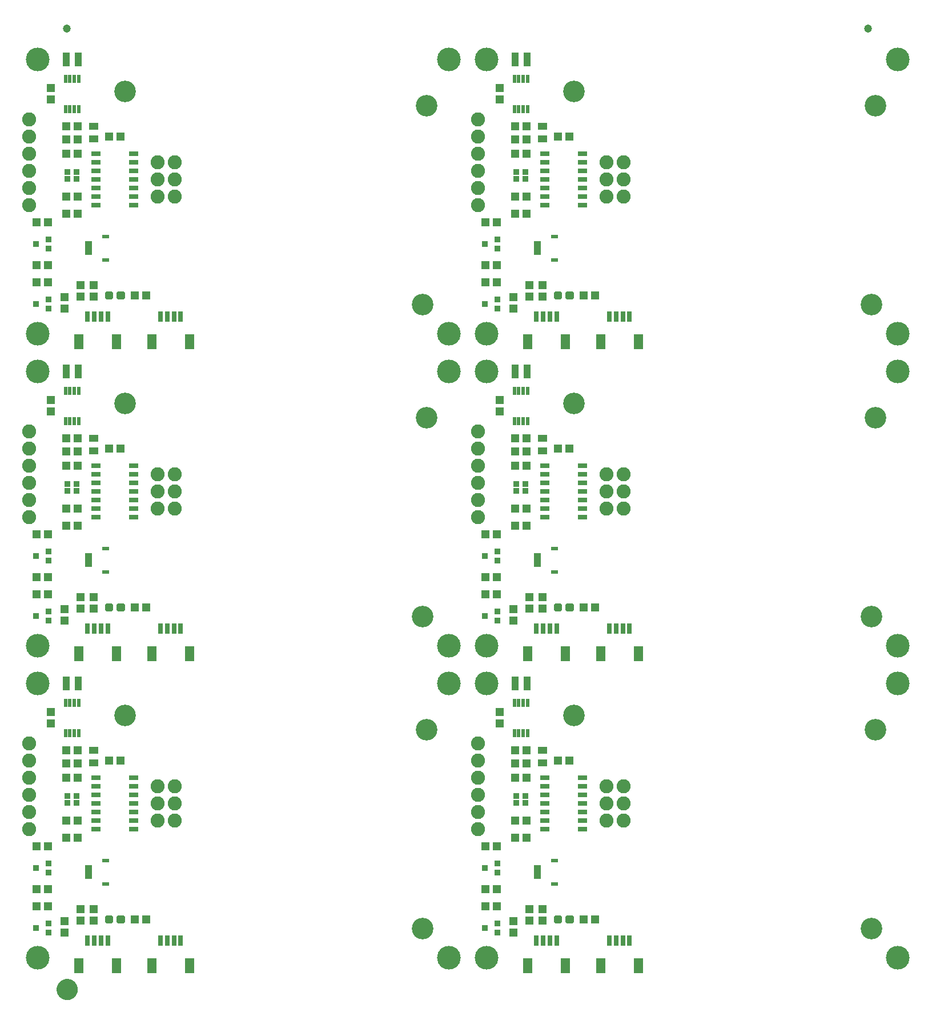
<source format=gts>
G04 EAGLE Gerber RS-274X export*
G75*
%MOMM*%
%FSLAX34Y34*%
%LPD*%
%INSoldermask Top*%
%IPPOS*%
%AMOC8*
5,1,8,0,0,1.08239X$1,22.5*%
G01*
%ADD10R,0.603200X1.303200*%
%ADD11R,1.303200X1.203200*%
%ADD12R,1.203200X1.303200*%
%ADD13R,1.403200X1.003200*%
%ADD14R,1.003200X2.003200*%
%ADD15R,1.403200X0.803200*%
%ADD16R,1.403200X2.203200*%
%ADD17R,0.803200X1.553200*%
%ADD18R,0.903200X0.903200*%
%ADD19R,0.953200X0.903200*%
%ADD20C,3.505200*%
%ADD21C,2.082800*%
%ADD22R,1.003200X0.503200*%
%ADD23R,1.003200X0.603200*%
%ADD24C,3.203200*%
%ADD25C,0.505344*%
%ADD26C,1.203200*%
%ADD27C,1.270000*%
%ADD28C,1.703200*%


D10*
X85950Y403500D03*
X79450Y403500D03*
X72950Y403500D03*
X66450Y403500D03*
X66450Y358500D03*
X72950Y358500D03*
X79450Y358500D03*
X85950Y358500D03*
D11*
X67700Y332740D03*
X84700Y332740D03*
X84700Y313690D03*
X67700Y313690D03*
D12*
X44450Y389500D03*
X44450Y372500D03*
D13*
X107950Y314850D03*
X107950Y332850D03*
D14*
X67200Y431800D03*
X85200Y431800D03*
D15*
X111700Y292100D03*
X111700Y279400D03*
X111700Y266700D03*
X111700Y254000D03*
X111700Y241300D03*
X111700Y228600D03*
X111700Y215900D03*
X167700Y215900D03*
X167700Y228600D03*
X167700Y241300D03*
X167700Y254000D03*
X167700Y266700D03*
X167700Y279400D03*
X167700Y292100D03*
D16*
X194250Y14050D03*
X250250Y14050D03*
D17*
X207250Y50800D03*
X217250Y50800D03*
X227250Y50800D03*
X237250Y50800D03*
D16*
X86300Y14050D03*
X142300Y14050D03*
D17*
X99300Y50800D03*
X109300Y50800D03*
X119300Y50800D03*
X129300Y50800D03*
D18*
X41000Y152250D03*
X41000Y165250D03*
X22500Y158750D03*
D11*
X23250Y190500D03*
X40250Y190500D03*
X23250Y127000D03*
X40250Y127000D03*
D18*
X41000Y63350D03*
X41000Y76350D03*
X22500Y69850D03*
D12*
X64770Y79620D03*
X64770Y62620D03*
D11*
X23250Y101600D03*
X40250Y101600D03*
D19*
X69450Y265350D03*
X82950Y265350D03*
X82950Y255350D03*
X69450Y255350D03*
D11*
X131200Y317500D03*
X148200Y317500D03*
D12*
X107950Y97400D03*
X107950Y80400D03*
X88900Y97400D03*
X88900Y80400D03*
D11*
X84700Y203200D03*
X67700Y203200D03*
D20*
X635000Y25400D03*
X25400Y431800D03*
X635000Y431800D03*
X25400Y25400D03*
D11*
X67700Y292100D03*
X84700Y292100D03*
X84700Y228600D03*
X67700Y228600D03*
D21*
X228600Y279400D03*
X203200Y279400D03*
X228600Y254000D03*
X203200Y254000D03*
X228600Y228600D03*
X203200Y228600D03*
X12700Y266700D03*
X12700Y292100D03*
X12700Y317500D03*
X12700Y342900D03*
X12700Y215900D03*
X12700Y241300D03*
D22*
X100800Y144860D03*
X100800Y149860D03*
D23*
X125800Y134860D03*
D22*
X100800Y159940D03*
X100800Y154940D03*
D23*
X125800Y169940D03*
D24*
X154940Y384810D03*
X601980Y363220D03*
X595630Y68580D03*
D25*
X144980Y79060D02*
X144980Y86040D01*
X151960Y86040D01*
X151960Y79060D01*
X144980Y79060D01*
X144980Y83860D02*
X151960Y83860D01*
X127440Y86040D02*
X127440Y79060D01*
X127440Y86040D02*
X134420Y86040D01*
X134420Y79060D01*
X127440Y79060D01*
X127440Y83860D02*
X134420Y83860D01*
D11*
X186300Y82550D03*
X169300Y82550D03*
D10*
X751430Y403500D03*
X744930Y403500D03*
X738430Y403500D03*
X731930Y403500D03*
X731930Y358500D03*
X738430Y358500D03*
X744930Y358500D03*
X751430Y358500D03*
D11*
X733180Y332740D03*
X750180Y332740D03*
X750180Y313690D03*
X733180Y313690D03*
D12*
X709930Y389500D03*
X709930Y372500D03*
D13*
X773430Y314850D03*
X773430Y332850D03*
D14*
X732680Y431800D03*
X750680Y431800D03*
D15*
X777180Y292100D03*
X777180Y279400D03*
X777180Y266700D03*
X777180Y254000D03*
X777180Y241300D03*
X777180Y228600D03*
X777180Y215900D03*
X833180Y215900D03*
X833180Y228600D03*
X833180Y241300D03*
X833180Y254000D03*
X833180Y266700D03*
X833180Y279400D03*
X833180Y292100D03*
D16*
X859730Y14050D03*
X915730Y14050D03*
D17*
X872730Y50800D03*
X882730Y50800D03*
X892730Y50800D03*
X902730Y50800D03*
D16*
X751780Y14050D03*
X807780Y14050D03*
D17*
X764780Y50800D03*
X774780Y50800D03*
X784780Y50800D03*
X794780Y50800D03*
D18*
X706480Y152250D03*
X706480Y165250D03*
X687980Y158750D03*
D11*
X688730Y190500D03*
X705730Y190500D03*
X688730Y127000D03*
X705730Y127000D03*
D18*
X706480Y63350D03*
X706480Y76350D03*
X687980Y69850D03*
D12*
X730250Y79620D03*
X730250Y62620D03*
D11*
X688730Y101600D03*
X705730Y101600D03*
D19*
X734930Y265350D03*
X748430Y265350D03*
X748430Y255350D03*
X734930Y255350D03*
D11*
X796680Y317500D03*
X813680Y317500D03*
D12*
X773430Y97400D03*
X773430Y80400D03*
X754380Y97400D03*
X754380Y80400D03*
D11*
X750180Y203200D03*
X733180Y203200D03*
D20*
X1300480Y25400D03*
X690880Y431800D03*
X1300480Y431800D03*
X690880Y25400D03*
D11*
X733180Y292100D03*
X750180Y292100D03*
X750180Y228600D03*
X733180Y228600D03*
D21*
X894080Y279400D03*
X868680Y279400D03*
X894080Y254000D03*
X868680Y254000D03*
X894080Y228600D03*
X868680Y228600D03*
X678180Y266700D03*
X678180Y292100D03*
X678180Y317500D03*
X678180Y342900D03*
X678180Y215900D03*
X678180Y241300D03*
D22*
X766280Y144860D03*
X766280Y149860D03*
D23*
X791280Y134860D03*
D22*
X766280Y159940D03*
X766280Y154940D03*
D23*
X791280Y169940D03*
D24*
X820420Y384810D03*
X1267460Y363220D03*
X1261110Y68580D03*
D25*
X810460Y79060D02*
X810460Y86040D01*
X817440Y86040D01*
X817440Y79060D01*
X810460Y79060D01*
X810460Y83860D02*
X817440Y83860D01*
X792920Y86040D02*
X792920Y79060D01*
X792920Y86040D02*
X799900Y86040D01*
X799900Y79060D01*
X792920Y79060D01*
X792920Y83860D02*
X799900Y83860D01*
D11*
X851780Y82550D03*
X834780Y82550D03*
D10*
X85950Y865780D03*
X79450Y865780D03*
X72950Y865780D03*
X66450Y865780D03*
X66450Y820780D03*
X72950Y820780D03*
X79450Y820780D03*
X85950Y820780D03*
D11*
X67700Y795020D03*
X84700Y795020D03*
X84700Y775970D03*
X67700Y775970D03*
D12*
X44450Y851780D03*
X44450Y834780D03*
D13*
X107950Y777130D03*
X107950Y795130D03*
D14*
X67200Y894080D03*
X85200Y894080D03*
D15*
X111700Y754380D03*
X111700Y741680D03*
X111700Y728980D03*
X111700Y716280D03*
X111700Y703580D03*
X111700Y690880D03*
X111700Y678180D03*
X167700Y678180D03*
X167700Y690880D03*
X167700Y703580D03*
X167700Y716280D03*
X167700Y728980D03*
X167700Y741680D03*
X167700Y754380D03*
D16*
X194250Y476330D03*
X250250Y476330D03*
D17*
X207250Y513080D03*
X217250Y513080D03*
X227250Y513080D03*
X237250Y513080D03*
D16*
X86300Y476330D03*
X142300Y476330D03*
D17*
X99300Y513080D03*
X109300Y513080D03*
X119300Y513080D03*
X129300Y513080D03*
D18*
X41000Y614530D03*
X41000Y627530D03*
X22500Y621030D03*
D11*
X23250Y652780D03*
X40250Y652780D03*
X23250Y589280D03*
X40250Y589280D03*
D18*
X41000Y525630D03*
X41000Y538630D03*
X22500Y532130D03*
D12*
X64770Y541900D03*
X64770Y524900D03*
D11*
X23250Y563880D03*
X40250Y563880D03*
D19*
X69450Y727630D03*
X82950Y727630D03*
X82950Y717630D03*
X69450Y717630D03*
D11*
X131200Y779780D03*
X148200Y779780D03*
D12*
X107950Y559680D03*
X107950Y542680D03*
X88900Y559680D03*
X88900Y542680D03*
D11*
X84700Y665480D03*
X67700Y665480D03*
D20*
X635000Y487680D03*
X25400Y894080D03*
X635000Y894080D03*
X25400Y487680D03*
D11*
X67700Y754380D03*
X84700Y754380D03*
X84700Y690880D03*
X67700Y690880D03*
D21*
X228600Y741680D03*
X203200Y741680D03*
X228600Y716280D03*
X203200Y716280D03*
X228600Y690880D03*
X203200Y690880D03*
X12700Y728980D03*
X12700Y754380D03*
X12700Y779780D03*
X12700Y805180D03*
X12700Y678180D03*
X12700Y703580D03*
D22*
X100800Y607140D03*
X100800Y612140D03*
D23*
X125800Y597140D03*
D22*
X100800Y622220D03*
X100800Y617220D03*
D23*
X125800Y632220D03*
D24*
X154940Y847090D03*
X601980Y825500D03*
X595630Y530860D03*
D25*
X144980Y541340D02*
X144980Y548320D01*
X151960Y548320D01*
X151960Y541340D01*
X144980Y541340D01*
X144980Y546140D02*
X151960Y546140D01*
X127440Y548320D02*
X127440Y541340D01*
X127440Y548320D02*
X134420Y548320D01*
X134420Y541340D01*
X127440Y541340D01*
X127440Y546140D02*
X134420Y546140D01*
D11*
X186300Y544830D03*
X169300Y544830D03*
D10*
X751430Y865780D03*
X744930Y865780D03*
X738430Y865780D03*
X731930Y865780D03*
X731930Y820780D03*
X738430Y820780D03*
X744930Y820780D03*
X751430Y820780D03*
D11*
X733180Y795020D03*
X750180Y795020D03*
X750180Y775970D03*
X733180Y775970D03*
D12*
X709930Y851780D03*
X709930Y834780D03*
D13*
X773430Y777130D03*
X773430Y795130D03*
D14*
X732680Y894080D03*
X750680Y894080D03*
D15*
X777180Y754380D03*
X777180Y741680D03*
X777180Y728980D03*
X777180Y716280D03*
X777180Y703580D03*
X777180Y690880D03*
X777180Y678180D03*
X833180Y678180D03*
X833180Y690880D03*
X833180Y703580D03*
X833180Y716280D03*
X833180Y728980D03*
X833180Y741680D03*
X833180Y754380D03*
D16*
X859730Y476330D03*
X915730Y476330D03*
D17*
X872730Y513080D03*
X882730Y513080D03*
X892730Y513080D03*
X902730Y513080D03*
D16*
X751780Y476330D03*
X807780Y476330D03*
D17*
X764780Y513080D03*
X774780Y513080D03*
X784780Y513080D03*
X794780Y513080D03*
D18*
X706480Y614530D03*
X706480Y627530D03*
X687980Y621030D03*
D11*
X688730Y652780D03*
X705730Y652780D03*
X688730Y589280D03*
X705730Y589280D03*
D18*
X706480Y525630D03*
X706480Y538630D03*
X687980Y532130D03*
D12*
X730250Y541900D03*
X730250Y524900D03*
D11*
X688730Y563880D03*
X705730Y563880D03*
D19*
X734930Y727630D03*
X748430Y727630D03*
X748430Y717630D03*
X734930Y717630D03*
D11*
X796680Y779780D03*
X813680Y779780D03*
D12*
X773430Y559680D03*
X773430Y542680D03*
X754380Y559680D03*
X754380Y542680D03*
D11*
X750180Y665480D03*
X733180Y665480D03*
D20*
X1300480Y487680D03*
X690880Y894080D03*
X1300480Y894080D03*
X690880Y487680D03*
D11*
X733180Y754380D03*
X750180Y754380D03*
X750180Y690880D03*
X733180Y690880D03*
D21*
X894080Y741680D03*
X868680Y741680D03*
X894080Y716280D03*
X868680Y716280D03*
X894080Y690880D03*
X868680Y690880D03*
X678180Y728980D03*
X678180Y754380D03*
X678180Y779780D03*
X678180Y805180D03*
X678180Y678180D03*
X678180Y703580D03*
D22*
X766280Y607140D03*
X766280Y612140D03*
D23*
X791280Y597140D03*
D22*
X766280Y622220D03*
X766280Y617220D03*
D23*
X791280Y632220D03*
D24*
X820420Y847090D03*
X1267460Y825500D03*
X1261110Y530860D03*
D25*
X810460Y541340D02*
X810460Y548320D01*
X817440Y548320D01*
X817440Y541340D01*
X810460Y541340D01*
X810460Y546140D02*
X817440Y546140D01*
X792920Y548320D02*
X792920Y541340D01*
X792920Y548320D02*
X799900Y548320D01*
X799900Y541340D01*
X792920Y541340D01*
X792920Y546140D02*
X799900Y546140D01*
D11*
X851780Y544830D03*
X834780Y544830D03*
D10*
X85950Y1328060D03*
X79450Y1328060D03*
X72950Y1328060D03*
X66450Y1328060D03*
X66450Y1283060D03*
X72950Y1283060D03*
X79450Y1283060D03*
X85950Y1283060D03*
D11*
X67700Y1257300D03*
X84700Y1257300D03*
X84700Y1238250D03*
X67700Y1238250D03*
D12*
X44450Y1314060D03*
X44450Y1297060D03*
D13*
X107950Y1239410D03*
X107950Y1257410D03*
D14*
X67200Y1356360D03*
X85200Y1356360D03*
D15*
X111700Y1216660D03*
X111700Y1203960D03*
X111700Y1191260D03*
X111700Y1178560D03*
X111700Y1165860D03*
X111700Y1153160D03*
X111700Y1140460D03*
X167700Y1140460D03*
X167700Y1153160D03*
X167700Y1165860D03*
X167700Y1178560D03*
X167700Y1191260D03*
X167700Y1203960D03*
X167700Y1216660D03*
D16*
X194250Y938610D03*
X250250Y938610D03*
D17*
X207250Y975360D03*
X217250Y975360D03*
X227250Y975360D03*
X237250Y975360D03*
D16*
X86300Y938610D03*
X142300Y938610D03*
D17*
X99300Y975360D03*
X109300Y975360D03*
X119300Y975360D03*
X129300Y975360D03*
D18*
X41000Y1076810D03*
X41000Y1089810D03*
X22500Y1083310D03*
D11*
X23250Y1115060D03*
X40250Y1115060D03*
X23250Y1051560D03*
X40250Y1051560D03*
D18*
X41000Y987910D03*
X41000Y1000910D03*
X22500Y994410D03*
D12*
X64770Y1004180D03*
X64770Y987180D03*
D11*
X23250Y1026160D03*
X40250Y1026160D03*
D19*
X69450Y1189910D03*
X82950Y1189910D03*
X82950Y1179910D03*
X69450Y1179910D03*
D11*
X131200Y1242060D03*
X148200Y1242060D03*
D12*
X107950Y1021960D03*
X107950Y1004960D03*
X88900Y1021960D03*
X88900Y1004960D03*
D11*
X84700Y1127760D03*
X67700Y1127760D03*
D20*
X635000Y949960D03*
X25400Y1356360D03*
X635000Y1356360D03*
X25400Y949960D03*
D11*
X67700Y1216660D03*
X84700Y1216660D03*
X84700Y1153160D03*
X67700Y1153160D03*
D21*
X228600Y1203960D03*
X203200Y1203960D03*
X228600Y1178560D03*
X203200Y1178560D03*
X228600Y1153160D03*
X203200Y1153160D03*
X12700Y1191260D03*
X12700Y1216660D03*
X12700Y1242060D03*
X12700Y1267460D03*
X12700Y1140460D03*
X12700Y1165860D03*
D22*
X100800Y1069420D03*
X100800Y1074420D03*
D23*
X125800Y1059420D03*
D22*
X100800Y1084500D03*
X100800Y1079500D03*
D23*
X125800Y1094500D03*
D24*
X154940Y1309370D03*
X601980Y1287780D03*
X595630Y993140D03*
D25*
X144980Y1003620D02*
X144980Y1010600D01*
X151960Y1010600D01*
X151960Y1003620D01*
X144980Y1003620D01*
X144980Y1008420D02*
X151960Y1008420D01*
X127440Y1010600D02*
X127440Y1003620D01*
X127440Y1010600D02*
X134420Y1010600D01*
X134420Y1003620D01*
X127440Y1003620D01*
X127440Y1008420D02*
X134420Y1008420D01*
D11*
X186300Y1007110D03*
X169300Y1007110D03*
D10*
X751430Y1328060D03*
X744930Y1328060D03*
X738430Y1328060D03*
X731930Y1328060D03*
X731930Y1283060D03*
X738430Y1283060D03*
X744930Y1283060D03*
X751430Y1283060D03*
D11*
X733180Y1257300D03*
X750180Y1257300D03*
X750180Y1238250D03*
X733180Y1238250D03*
D12*
X709930Y1314060D03*
X709930Y1297060D03*
D13*
X773430Y1239410D03*
X773430Y1257410D03*
D14*
X732680Y1356360D03*
X750680Y1356360D03*
D15*
X777180Y1216660D03*
X777180Y1203960D03*
X777180Y1191260D03*
X777180Y1178560D03*
X777180Y1165860D03*
X777180Y1153160D03*
X777180Y1140460D03*
X833180Y1140460D03*
X833180Y1153160D03*
X833180Y1165860D03*
X833180Y1178560D03*
X833180Y1191260D03*
X833180Y1203960D03*
X833180Y1216660D03*
D16*
X859730Y938610D03*
X915730Y938610D03*
D17*
X872730Y975360D03*
X882730Y975360D03*
X892730Y975360D03*
X902730Y975360D03*
D16*
X751780Y938610D03*
X807780Y938610D03*
D17*
X764780Y975360D03*
X774780Y975360D03*
X784780Y975360D03*
X794780Y975360D03*
D18*
X706480Y1076810D03*
X706480Y1089810D03*
X687980Y1083310D03*
D11*
X688730Y1115060D03*
X705730Y1115060D03*
X688730Y1051560D03*
X705730Y1051560D03*
D18*
X706480Y987910D03*
X706480Y1000910D03*
X687980Y994410D03*
D12*
X730250Y1004180D03*
X730250Y987180D03*
D11*
X688730Y1026160D03*
X705730Y1026160D03*
D19*
X734930Y1189910D03*
X748430Y1189910D03*
X748430Y1179910D03*
X734930Y1179910D03*
D11*
X796680Y1242060D03*
X813680Y1242060D03*
D12*
X773430Y1021960D03*
X773430Y1004960D03*
X754380Y1021960D03*
X754380Y1004960D03*
D11*
X750180Y1127760D03*
X733180Y1127760D03*
D20*
X1300480Y949960D03*
X690880Y1356360D03*
X1300480Y1356360D03*
X690880Y949960D03*
D11*
X733180Y1216660D03*
X750180Y1216660D03*
X750180Y1153160D03*
X733180Y1153160D03*
D21*
X894080Y1203960D03*
X868680Y1203960D03*
X894080Y1178560D03*
X868680Y1178560D03*
X894080Y1153160D03*
X868680Y1153160D03*
X678180Y1191260D03*
X678180Y1216660D03*
X678180Y1242060D03*
X678180Y1267460D03*
X678180Y1140460D03*
X678180Y1165860D03*
D22*
X766280Y1069420D03*
X766280Y1074420D03*
D23*
X791280Y1059420D03*
D22*
X766280Y1084500D03*
X766280Y1079500D03*
D23*
X791280Y1094500D03*
D24*
X820420Y1309370D03*
X1267460Y1287780D03*
X1261110Y993140D03*
D25*
X810460Y1003620D02*
X810460Y1010600D01*
X817440Y1010600D01*
X817440Y1003620D01*
X810460Y1003620D01*
X810460Y1008420D02*
X817440Y1008420D01*
X792920Y1010600D02*
X792920Y1003620D01*
X792920Y1010600D02*
X799900Y1010600D01*
X799900Y1003620D01*
X792920Y1003620D01*
X792920Y1008420D02*
X799900Y1008420D01*
D11*
X851780Y1007110D03*
X834780Y1007110D03*
D26*
X68580Y1402715D03*
X1256665Y1402715D03*
D27*
X59525Y-20955D02*
X59528Y-20733D01*
X59536Y-20511D01*
X59550Y-20289D01*
X59569Y-20067D01*
X59593Y-19847D01*
X59623Y-19626D01*
X59658Y-19407D01*
X59699Y-19188D01*
X59745Y-18971D01*
X59796Y-18755D01*
X59853Y-18540D01*
X59915Y-18326D01*
X59982Y-18115D01*
X60054Y-17904D01*
X60132Y-17696D01*
X60214Y-17490D01*
X60302Y-17286D01*
X60394Y-17083D01*
X60492Y-16884D01*
X60594Y-16687D01*
X60701Y-16492D01*
X60813Y-16300D01*
X60930Y-16111D01*
X61051Y-15924D01*
X61177Y-15741D01*
X61307Y-15561D01*
X61442Y-15384D01*
X61580Y-15211D01*
X61723Y-15041D01*
X61871Y-14874D01*
X62022Y-14711D01*
X62177Y-14552D01*
X62336Y-14397D01*
X62499Y-14246D01*
X62666Y-14098D01*
X62836Y-13955D01*
X63009Y-13817D01*
X63186Y-13682D01*
X63366Y-13552D01*
X63549Y-13426D01*
X63736Y-13305D01*
X63925Y-13188D01*
X64117Y-13076D01*
X64312Y-12969D01*
X64509Y-12867D01*
X64708Y-12769D01*
X64911Y-12677D01*
X65115Y-12589D01*
X65321Y-12507D01*
X65529Y-12429D01*
X65740Y-12357D01*
X65951Y-12290D01*
X66165Y-12228D01*
X66380Y-12171D01*
X66596Y-12120D01*
X66813Y-12074D01*
X67032Y-12033D01*
X67251Y-11998D01*
X67472Y-11968D01*
X67692Y-11944D01*
X67914Y-11925D01*
X68136Y-11911D01*
X68358Y-11903D01*
X68580Y-11900D01*
X68802Y-11903D01*
X69024Y-11911D01*
X69246Y-11925D01*
X69468Y-11944D01*
X69688Y-11968D01*
X69909Y-11998D01*
X70128Y-12033D01*
X70347Y-12074D01*
X70564Y-12120D01*
X70780Y-12171D01*
X70995Y-12228D01*
X71209Y-12290D01*
X71420Y-12357D01*
X71631Y-12429D01*
X71839Y-12507D01*
X72045Y-12589D01*
X72249Y-12677D01*
X72452Y-12769D01*
X72651Y-12867D01*
X72848Y-12969D01*
X73043Y-13076D01*
X73235Y-13188D01*
X73424Y-13305D01*
X73611Y-13426D01*
X73794Y-13552D01*
X73974Y-13682D01*
X74151Y-13817D01*
X74324Y-13955D01*
X74494Y-14098D01*
X74661Y-14246D01*
X74824Y-14397D01*
X74983Y-14552D01*
X75138Y-14711D01*
X75289Y-14874D01*
X75437Y-15041D01*
X75580Y-15211D01*
X75718Y-15384D01*
X75853Y-15561D01*
X75983Y-15741D01*
X76109Y-15924D01*
X76230Y-16111D01*
X76347Y-16300D01*
X76459Y-16492D01*
X76566Y-16687D01*
X76668Y-16884D01*
X76766Y-17083D01*
X76858Y-17286D01*
X76946Y-17490D01*
X77028Y-17696D01*
X77106Y-17904D01*
X77178Y-18115D01*
X77245Y-18326D01*
X77307Y-18540D01*
X77364Y-18755D01*
X77415Y-18971D01*
X77461Y-19188D01*
X77502Y-19407D01*
X77537Y-19626D01*
X77567Y-19847D01*
X77591Y-20067D01*
X77610Y-20289D01*
X77624Y-20511D01*
X77632Y-20733D01*
X77635Y-20955D01*
X77632Y-21177D01*
X77624Y-21399D01*
X77610Y-21621D01*
X77591Y-21843D01*
X77567Y-22063D01*
X77537Y-22284D01*
X77502Y-22503D01*
X77461Y-22722D01*
X77415Y-22939D01*
X77364Y-23155D01*
X77307Y-23370D01*
X77245Y-23584D01*
X77178Y-23795D01*
X77106Y-24006D01*
X77028Y-24214D01*
X76946Y-24420D01*
X76858Y-24624D01*
X76766Y-24827D01*
X76668Y-25026D01*
X76566Y-25223D01*
X76459Y-25418D01*
X76347Y-25610D01*
X76230Y-25799D01*
X76109Y-25986D01*
X75983Y-26169D01*
X75853Y-26349D01*
X75718Y-26526D01*
X75580Y-26699D01*
X75437Y-26869D01*
X75289Y-27036D01*
X75138Y-27199D01*
X74983Y-27358D01*
X74824Y-27513D01*
X74661Y-27664D01*
X74494Y-27812D01*
X74324Y-27955D01*
X74151Y-28093D01*
X73974Y-28228D01*
X73794Y-28358D01*
X73611Y-28484D01*
X73424Y-28605D01*
X73235Y-28722D01*
X73043Y-28834D01*
X72848Y-28941D01*
X72651Y-29043D01*
X72452Y-29141D01*
X72249Y-29233D01*
X72045Y-29321D01*
X71839Y-29403D01*
X71631Y-29481D01*
X71420Y-29553D01*
X71209Y-29620D01*
X70995Y-29682D01*
X70780Y-29739D01*
X70564Y-29790D01*
X70347Y-29836D01*
X70128Y-29877D01*
X69909Y-29912D01*
X69688Y-29942D01*
X69468Y-29966D01*
X69246Y-29985D01*
X69024Y-29999D01*
X68802Y-30007D01*
X68580Y-30010D01*
X68358Y-30007D01*
X68136Y-29999D01*
X67914Y-29985D01*
X67692Y-29966D01*
X67472Y-29942D01*
X67251Y-29912D01*
X67032Y-29877D01*
X66813Y-29836D01*
X66596Y-29790D01*
X66380Y-29739D01*
X66165Y-29682D01*
X65951Y-29620D01*
X65740Y-29553D01*
X65529Y-29481D01*
X65321Y-29403D01*
X65115Y-29321D01*
X64911Y-29233D01*
X64708Y-29141D01*
X64509Y-29043D01*
X64312Y-28941D01*
X64117Y-28834D01*
X63925Y-28722D01*
X63736Y-28605D01*
X63549Y-28484D01*
X63366Y-28358D01*
X63186Y-28228D01*
X63009Y-28093D01*
X62836Y-27955D01*
X62666Y-27812D01*
X62499Y-27664D01*
X62336Y-27513D01*
X62177Y-27358D01*
X62022Y-27199D01*
X61871Y-27036D01*
X61723Y-26869D01*
X61580Y-26699D01*
X61442Y-26526D01*
X61307Y-26349D01*
X61177Y-26169D01*
X61051Y-25986D01*
X60930Y-25799D01*
X60813Y-25610D01*
X60701Y-25418D01*
X60594Y-25223D01*
X60492Y-25026D01*
X60394Y-24827D01*
X60302Y-24624D01*
X60214Y-24420D01*
X60132Y-24214D01*
X60054Y-24006D01*
X59982Y-23795D01*
X59915Y-23584D01*
X59853Y-23370D01*
X59796Y-23155D01*
X59745Y-22939D01*
X59699Y-22722D01*
X59658Y-22503D01*
X59623Y-22284D01*
X59593Y-22063D01*
X59569Y-21843D01*
X59550Y-21621D01*
X59536Y-21399D01*
X59528Y-21177D01*
X59525Y-20955D01*
D28*
X68580Y-20955D03*
M02*

</source>
